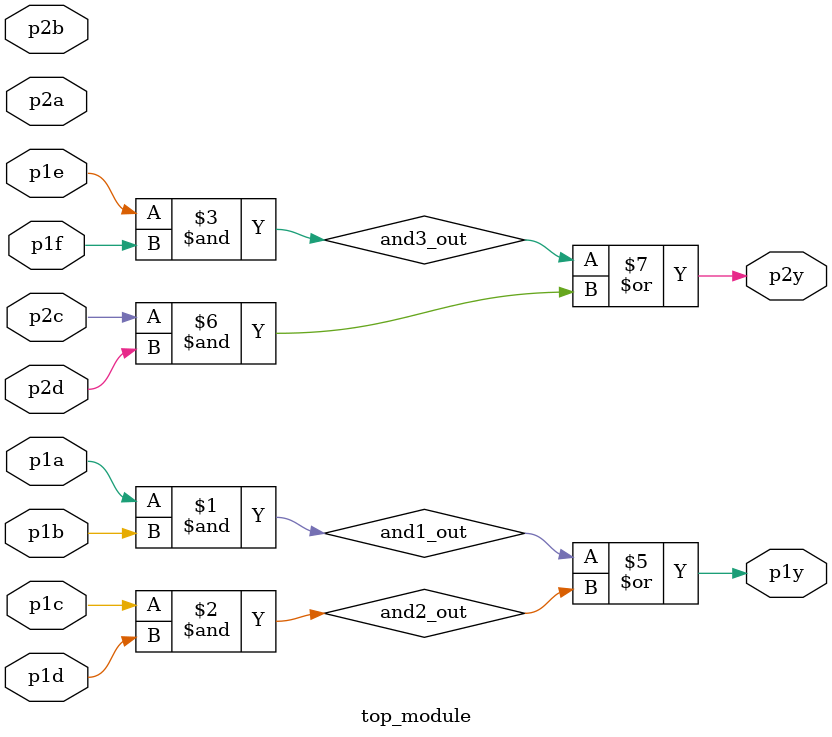
<source format=v>
module top_module ( 
    input p1a, p1b, p1c, p1d, p1e, p1f,
    output p1y,
    input p2a, p2b, p2c, p2d,
    output p2y );

// Intermediate signals for AND gates
wire and1_out, and2_out, and3_out, and4_out;

// Instantiate AND gates
assign and1_out = p1a & p1b;
assign and2_out = p1c & p1d;
assign and3_out = p1e & p1f;
assign and4_out = p2a & p2b;

// Instantiate OR gates
assign p1y = and1_out | and2_out;
assign p2y = and3_out | (p2c & p2d);

endmodule
</source>
